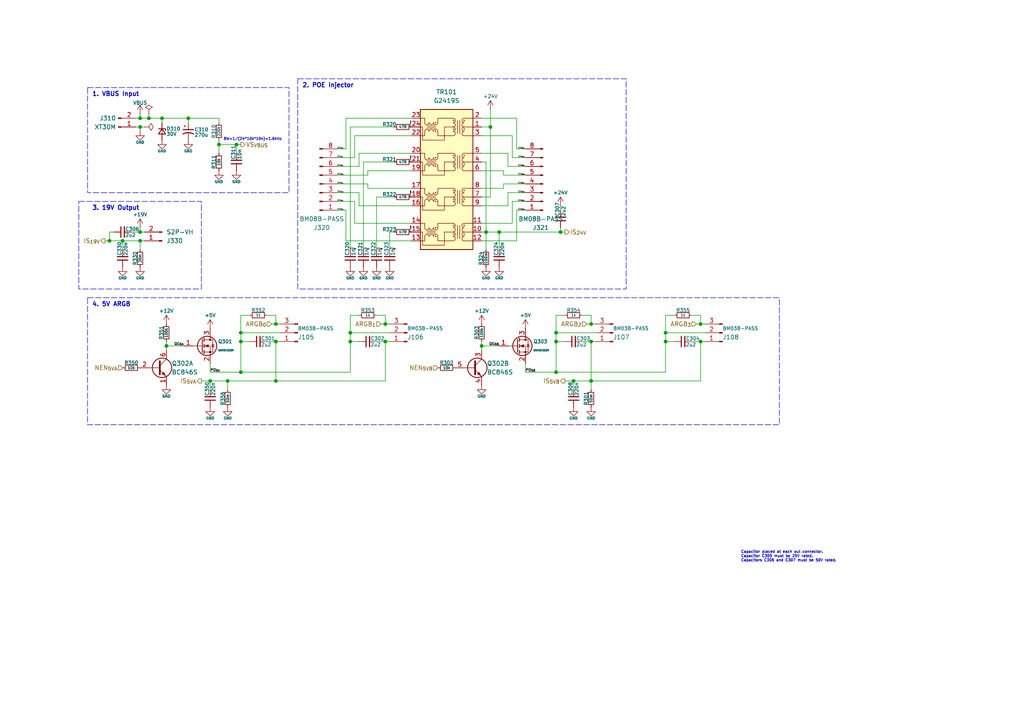
<source format=kicad_sch>
(kicad_sch (version 20250114) (generator "eeschema") (generator_version "9.0")
  (paper "A4")
  (lib_symbols
    (symbol "Bluesat:+19V" (power) (pin_numbers (hide yes)) (pin_names (offset 0) (hide yes))
      (property "Value" "+19V" (at 0 3.556 0))
      (symbol "+19V_1_1"
        (pin power_in line (at 0 0 90) (length 0) (name "~") (number "1"))
      )
    )
    (symbol "Bluesat:C_CompactV" (pin_numbers (hide yes)) (pin_names (offset 0.254) (hide yes))
      (property "Reference" "C" (at -0.889 0.762 90))
      (property "Value" "C_CompactV" (at 0.889 0.762 90))
      (symbol "C_CompactV_1_1"
        (pin passive line (at 0 2.54 270) (length 2.032) (name "~") (number "2"))
        (pin passive line (at 0 -2.54 90) (length 2.032) (name "~") (number "1"))
      )
    )
    (symbol "Bluesat:R_CompactH" (pin_numbers (hide yes)) (pin_names (offset 0.254) (hide yes))
      (property "Reference" "R" (at 1.8415 0.1905 0))
      (property "Value" "R_CompactH" (at 0 0 0))
      (symbol "R_CompactH_1_1"
        (pin passive line (at -2.54 0 0) (length 0.762) (name "~") (number "1"))
        (pin passive line (at 2.54 0 180) (length 0.762) (name "~") (number "2"))
      )
    )
    (symbol "Bluesat:R_CompactV" (pin_numbers (hide yes)) (pin_names (offset 0.254) (hide yes))
      (property "Reference" "R" (at -0.889 0 90))
      (property "Value" "R_CompactV" (at 0 0 90))
      (symbol "R_CompactV_1_1"
        (pin passive line (at 0 2.54 270) (length 0.762) (name "~") (number "1"))
        (pin passive line (at 0 -2.54 90) (length 0.762) (name "~") (number "2"))
      )
    )
    (symbol "Connector:Conn_01x02_Pin" (pin_names (offset 1.016) (hide yes))
      (property "Reference" "J" (at 0 2.54 0))
      (property "Value" "Conn_01x02_Pin" (at 0 -5.08 0))
      (symbol "Conn_01x02_Pin_1_1"
        (pin passive line (at 5.08 0 180) (length 3.81) (name "Pin_1") (number "1"))
        (pin passive line (at 5.08 -2.54 180) (length 3.81) (name "Pin_2") (number "2"))
      )
    )
    (symbol "Connector:Conn_01x03_Pin" (pin_names (offset 1.016) (hide yes))
      (property "Reference" "J" (at 0 5.08 0))
      (property "Value" "Conn_01x03_Pin" (at 0 -5.08 0))
      (symbol "Conn_01x03_Pin_1_1"
        (pin passive line (at 5.08 2.54 180) (length 3.81) (name "Pin_1") (number "1"))
        (pin passive line (at 5.08 0 180) (length 3.81) (name "Pin_2") (number "2"))
        (pin passive line (at 5.08 -2.54 180) (length 3.81) (name "Pin_3") (number "3"))
      )
    )
    (symbol "Connector:Conn_01x08_Pin" (pin_names (offset 1.016) (hide yes))
      (property "Reference" "J" (at 0 10.16 0))
      (property "Value" "Conn_01x08_Pin" (at 0 -12.7 0))
      (symbol "Conn_01x08_Pin_1_1"
        (pin passive line (at 5.08 7.62 180) (length 3.81) (name "Pin_1") (number "1"))
        (pin passive line (at 5.08 5.08 180) (length 3.81) (name "Pin_2") (number "2"))
        (pin passive line (at 5.08 2.54 180) (length 3.81) (name "Pin_3") (number "3"))
        (pin passive line (at 5.08 0 180) (length 3.81) (name "Pin_4") (number "4"))
        (pin passive line (at 5.08 -2.54 180) (length 3.81) (name "Pin_5") (number "5"))
        (pin passive line (at 5.08 -5.08 180) (length 3.81) (name "Pin_6") (number "6"))
        (pin passive line (at 5.08 -7.62 180) (length 3.81) (name "Pin_7") (number "7"))
        (pin passive line (at 5.08 -10.16 180) (length 3.81) (name "Pin_8") (number "8"))
      )
    )
    (symbol "Device:C_Polarized_Small_US" (pin_numbers (hide yes)) (pin_names (offset 0.254) (hide yes))
      (property "Reference" "C" (at 0.254 1.778 0))
      (property "Value" "C_Polarized_Small_US" (at 0.254 -2.032 0))
      (symbol "C_Polarized_Small_US_1_1"
        (pin passive line (at 0 2.54 270) (length 2.032) (name "~") (number "1"))
        (pin passive line (at 0 -2.54 90) (length 2.032) (name "~") (number "2"))
      )
    )
    (symbol "Device:D_Zener_Small" (pin_numbers (hide yes)) (pin_names (offset 0.254) (hide yes))
      (property "Reference" "D" (at 0 2.286 0))
      (property "Value" "D_Zener_Small" (at 0 -2.286 0))
      (symbol "D_Zener_Small_1_1"
        (pin passive line (at -2.54 0 0) (length 1.778) (name "K") (number "1"))
        (pin passive line (at 2.54 0 180) (length 1.778) (name "A") (number "2"))
      )
    )
    (symbol "Transformer:30F-51NL" (pin_names (offset 1.016) (hide yes))
      (property "Reference" "TR" (at -6.35 21.59 0))
      (property "Value" "30F-51NL" (at 2.54 21.59 0))
      (symbol "30F-51NL_0_1"
        (pin passive line (at -10.16 17.78 0) (length 2.54) (name "TD1+") (number "2"))
        (pin passive line (at -10.16 15.24 0) (length 2.54) (name "CT") (number "1"))
        (pin passive line (at -10.16 12.7 0) (length 2.54) (name "TD1-") (number "3"))
        (pin passive line (at -10.16 7.62 0) (length 2.54) (name "TD2+") (number "5"))
        (pin passive line (at -10.16 5.08 0) (length 2.54) (name "CT") (number "4"))
        (pin passive line (at -10.16 2.54 0) (length 2.54) (name "TD2-") (number "6"))
        (pin passive line (at -10.16 -2.54 0) (length 2.54) (name "TD3+") (number "8"))
        (pin passive line (at -10.16 -5.08 0) (length 2.54) (name "CT") (number "7"))
        (pin passive line (at -10.16 -7.62 0) (length 2.54) (name "TD3-") (number "9"))
        (pin passive line (at -10.16 -12.7 0) (length 2.54) (name "TD4+") (number "11"))
        (pin passive line (at -10.16 -15.24 0) (length 2.54) (name "CT") (number "10"))
        (pin passive line (at -10.16 -17.78 0) (length 2.54) (name "TD4-") (number "12"))
        (pin passive line (at 10.16 17.78 180) (length 2.54) (name "MX1+") (number "23"))
        (pin passive line (at 10.16 15.24 180) (length 2.54) (name "CT") (number "24"))
        (pin passive line (at 10.16 12.7 180) (length 2.54) (name "MX1-") (number "22"))
        (pin passive line (at 10.16 7.62 180) (length 2.54) (name "MX2+") (number "20"))
        (pin passive line (at 10.16 5.08 180) (length 2.54) (name "CT") (number "21"))
        (pin passive line (at 10.16 2.54 180) (length 2.54) (name "MX2-") (number "19"))
        (pin passive line (at 10.16 -2.54 180) (length 2.54) (name "MX3+") (number "17"))
        (pin passive line (at 10.16 -5.08 180) (length 2.54) (name "CT") (number "18"))
        (pin passive line (at 10.16 -7.62 180) (length 2.54) (name "MX3-") (number "16"))
        (pin passive line (at 10.16 -12.7 180) (length 2.54) (name "MX4+") (number "14"))
        (pin passive line (at 10.16 -15.24 180) (length 2.54) (name "CT") (number "15"))
        (pin passive line (at 10.16 -17.78 180) (length 2.54) (name "MX4-") (number "13"))
      )
    )
    (symbol "Transistor_BJT:Q_Dual_NPN_NPN_E1B1C2E2B2C1" (pin_names (offset 0) (hide yes))
      (property "Reference" "Q" (at 5.08 1.27 0))
      (property "Value" "Q_Dual_NPN_NPN_E1B1C2E2B2C1" (at 5.08 -1.27 0))
      (symbol "Q_Dual_NPN_NPN_E1B1C2E2B2C1_1_1"
        (pin input line (at -5.08 0 0) (length 2.54) (name "B1") (number "2"))
        (pin passive line (at 2.54 5.08 270) (length 2.54) (name "C1") (number "6"))
        (pin passive line (at 2.54 -5.08 90) (length 2.54) (name "E1") (number "1"))
      )
      (symbol "Q_Dual_NPN_NPN_E1B1C2E2B2C1_2_1"
        (pin input line (at -5.08 0 0) (length 2.54) (name "B2") (number "5"))
        (pin passive line (at 2.54 5.08 270) (length 2.54) (name "C2") (number "3"))
        (pin passive line (at 2.54 -5.08 90) (length 2.54) (name "E2") (number "4"))
      )
    )
    (symbol "Transistor_FET:Q_NMOS_GSD" (pin_names (offset 0) (hide yes))
      (property "Reference" "Q" (at 5.08 1.905 0))
      (property "Value" "Q_NMOS_GSD" (at 5.08 0 0))
      (symbol "Q_NMOS_GSD_1_1"
        (pin input line (at -5.08 0 0) (length 2.54) (name "G") (number "1"))
        (pin passive line (at 2.54 5.08 270) (length 2.54) (name "D") (number "3"))
        (pin passive line (at 2.54 -5.08 90) (length 2.54) (name "S") (number "2"))
      )
    )
    (symbol "power:+12V" (power) (pin_numbers (hide yes)) (pin_names (offset 0) (hide yes))
      (property "Value" "+12V" (at 0 3.556 0))
      (symbol "+12V_1_1"
        (pin power_in line (at 0 0 90) (length 0) (name "~") (number "1"))
      )
    )
    (symbol "power:+24V" (power) (pin_numbers (hide yes)) (pin_names (offset 0) (hide yes))
      (property "Value" "+24V" (at 0 3.556 0))
      (symbol "+24V_1_1"
        (pin power_in line (at 0 0 90) (length 0) (name "~") (number "1"))
      )
    )
    (symbol "power:+5V" (power) (pin_numbers (hide yes)) (pin_names (offset 0) (hide yes))
      (property "Value" "+5V" (at 0 3.556 0))
      (symbol "+5V_1_1"
        (pin power_in line (at 0 0 90) (length 0) (name "~") (number "1"))
      )
    )
    (symbol "power:GND" (power) (pin_numbers (hide yes)) (pin_names (offset 0) (hide yes))
      (property "Value" "GND" (at 0 -3.81 0))
      (symbol "GND_1_1"
        (pin power_in line (at 0 0 270) (length 0) (name "~") (number "1"))
      )
    )
    (symbol "power:PWR_FLAG" (power) (pin_numbers (hide yes)) (pin_names (offset 0) (hide yes))
      (property "Value" "PWR_FLAG" (at 0 3.81 0))
      (symbol "PWR_FLAG_0_0"
        (pin power_out line (at 0 0 90) (length 0) (name "~") (number "1"))
      )
    )
    (symbol "power:VBUS" (power) (pin_numbers (hide yes)) (pin_names (offset 0) (hide yes))
      (property "Value" "VBUS" (at 0 3.556 0))
      (symbol "VBUS_1_1"
        (pin power_in line (at 0 0 90) (length 0) (name "~") (number "1"))
      )
    )
  )
  (rectangle (start 25.4 86.36) (end 226.06 123.19) (stroke (width 0) (type dash)))
  (rectangle (start 22.86 58.42) (end 58.42 83.82) (stroke (width 0) (type dash)))
  (rectangle (start 86.36 22.86) (end 181.61 83.82) (stroke (width 0) (type dash)))
  (rectangle (start 25.4 25.4) (end 83.82 55.88) (stroke (width 0) (type dash)))
  (text "Capacitor placed at each out connector.\nCapacitor C305 must be 25V rated.\nCapacitors C306 and C307 must be 50V rated." (at 214.884 159.766 0) (effects (font (size 0.762 0.762)) (justify left top)))
  (text "1. VBUS Input" (at 26.67 26.67 0) (effects (font (size 1.27 1.27) (thickness 0.254) (bold yes)) (justify left top)))
  (text "3. 19V Output" (at 26.67 59.69 0) (effects (font (size 1.27 1.27) (thickness 0.254) (bold yes)) (justify left top)))
  (text "BW=1/(2π*10k*10n)=1.6kHz" (at 64.77 40.005 0) (effects (font (size 0.762 0.762)) (justify left top)))
  (text "4. 5V ARGB" (at 26.67 87.63 0) (effects (font (size 1.27 1.27) (thickness 0.254) (bold yes)) (justify left top)))
  (text "2. POE Injector" (at 87.63 24.13 0) (effects (font (size 1.27 1.27) (thickness 0.254) (bold yes)) (justify left top)))
  (junction (at 66.04 110.49))
  (junction (at 54.61 34.29))
  (junction (at 63.5 41.91))
  (junction (at 111.76 93.98))
  (junction (at 101.6 96.52))
  (junction (at 111.76 99.06))
  (junction (at 69.85 107.95))
  (junction (at 40.64 69.85))
  (junction (at 40.64 36.83))
  (junction (at 31.75 69.85))
  (junction (at 161.29 99.06))
  (junction (at 69.85 96.52))
  (junction (at 203.2 99.06))
  (junction (at 193.04 99.06))
  (junction (at 60.96 110.49))
  (junction (at 171.45 110.49))
  (junction (at 144.78 67.31))
  (junction (at 80.01 110.49))
  (junction (at 171.45 99.06))
  (junction (at 140.97 67.31))
  (junction (at 35.56 69.85))
  (junction (at 68.58 41.91))
  (junction (at 40.64 67.31))
  (junction (at 139.7 100.33))
  (junction (at 46.99 34.29))
  (junction (at 166.37 110.49))
  (junction (at 80.01 93.98))
  (junction (at 161.29 96.52))
  (junction (at 142.24 36.83))
  (junction (at 80.01 99.06))
  (junction (at 171.45 93.98))
  (junction (at 48.26 100.33))
  (junction (at 69.85 99.06))
  (junction (at 161.29 107.95))
  (junction (at 193.04 96.52))
  (junction (at 40.64 34.29))
  (junction (at 43.18 34.29))
  (junction (at 203.2 93.98))
  (junction (at 101.6 99.06))
  (junction (at 162.56 67.31))
  (wire (pts (xy 106.68 50.8) (xy 97.79 50.8)))
  (wire (pts (xy 105.41 46.99) (xy 105.41 72.39)))
  (wire (pts (xy 149.86 34.29) (xy 139.7 34.29)))
  (wire (pts (xy 142.24 57.15) (xy 139.7 57.15)))
  (wire (pts (xy 40.64 69.85) (xy 40.64 72.39)))
  (wire (pts (xy 104.14 91.44) (xy 101.6 91.44)))
  (wire (pts (xy 63.5 40.64) (xy 63.5 41.91)))
  (wire (pts (xy 80.01 93.98) (xy 81.28 93.98)))
  (wire (pts (xy 100.33 34.29) (xy 119.38 34.29)))
  (wire (pts (xy 114.3 36.83) (xy 101.6 36.83)))
  (wire (pts (xy 193.04 96.52) (xy 204.47 96.52)))
  (wire (pts (xy 30.48 69.85) (xy 31.75 69.85)))
  (wire (pts (xy 97.79 53.34) (xy 106.68 53.34)))
  (wire (pts (xy 104.14 59.69) (xy 104.14 55.88)))
  (wire (pts (xy 104.14 48.26) (xy 97.79 48.26)))
  (wire (pts (xy 148.59 39.37) (xy 139.7 39.37)))
  (wire (pts (xy 166.37 113.03) (xy 166.37 110.49)))
  (wire (pts (xy 147.32 48.26) (xy 147.32 44.45)))
  (wire (pts (xy 68.58 41.91) (xy 68.58 44.45)))
  (wire (pts (xy 152.4 53.34) (xy 146.05 53.34)))
  (wire (pts (xy 152.4 60.96) (xy 149.86 60.96)))
  (wire (pts (xy 43.18 33.02) (xy 43.18 34.29)))
  (wire (pts (xy 139.7 100.33) (xy 139.7 101.6)))
  (wire (pts (xy 97.79 43.18) (xy 100.33 43.18)))
  (wire (pts (xy 152.4 43.18) (xy 149.86 43.18)))
  (wire (pts (xy 161.29 99.06) (xy 163.83 99.06)))
  (wire (pts (xy 193.04 96.52) (xy 193.04 99.06)))
  (wire (pts (xy 147.32 55.88) (xy 147.32 59.69)))
  (wire (pts (xy 152.4 50.8) (xy 146.05 50.8)))
  (wire (pts (xy 144.78 72.39) (xy 144.78 67.31)))
  (wire (pts (xy 72.39 91.44) (xy 69.85 91.44)))
  (wire (pts (xy 193.04 91.44) (xy 193.04 96.52)))
  (wire (pts (xy 203.2 99.06) (xy 203.2 110.49)))
  (wire (pts (xy 146.05 54.61) (xy 139.7 54.61)))
  (wire (pts (xy 80.01 91.44) (xy 80.01 93.98)))
  (wire (pts (xy 162.56 59.69) (xy 162.56 60.96)))
  (wire (pts (xy 54.61 34.29) (xy 54.61 35.56)))
  (wire (pts (xy 41.91 69.85) (xy 40.64 69.85)))
  (wire (pts (xy 172.72 99.06) (xy 171.45 99.06)))
  (wire (pts (xy 170.18 93.98) (xy 171.45 93.98)))
  (wire (pts (xy 203.2 93.98) (xy 204.47 93.98)))
  (wire (pts (xy 39.37 36.83) (xy 40.64 36.83)))
  (wire (pts (xy 31.75 67.31) (xy 31.75 69.85)))
  (wire (pts (xy 111.76 93.98) (xy 113.03 93.98)))
  (wire (pts (xy 104.14 55.88) (xy 97.79 55.88)))
  (wire (pts (xy 109.22 57.15) (xy 109.22 72.39)))
  (wire (pts (xy 171.45 91.44) (xy 171.45 93.98)))
  (wire (pts (xy 200.66 91.44) (xy 203.2 91.44)))
  (wire (pts (xy 109.22 99.06) (xy 111.76 99.06)))
  (wire (pts (xy 203.2 91.44) (xy 203.2 93.98)))
  (wire (pts (xy 119.38 44.45) (xy 104.14 44.45)))
  (wire (pts (xy 35.56 69.85) (xy 40.64 69.85)))
  (wire (pts (xy 97.79 58.42) (xy 102.87 58.42)))
  (wire (pts (xy 54.61 34.29) (xy 63.5 34.29)))
  (wire (pts (xy 100.33 69.85) (xy 100.33 60.96)))
  (wire (pts (xy 193.04 99.06) (xy 195.58 99.06)))
  (wire (pts (xy 142.24 31.75) (xy 142.24 36.83)))
  (wire (pts (xy 139.7 100.33) (xy 144.78 100.33)))
  (wire (pts (xy 110.49 93.98) (xy 111.76 93.98)))
  (wire (pts (xy 161.29 99.06) (xy 161.29 107.95)))
  (wire (pts (xy 148.59 58.42) (xy 148.59 64.77)))
  (wire (pts (xy 46.99 34.29) (xy 54.61 34.29)))
  (wire (pts (xy 106.68 54.61) (xy 119.38 54.61)))
  (wire (pts (xy 101.6 99.06) (xy 104.14 99.06)))
  (wire (pts (xy 139.7 36.83) (xy 142.24 36.83)))
  (wire (pts (xy 163.83 110.49) (xy 166.37 110.49)))
  (wire (pts (xy 142.24 36.83) (xy 142.24 57.15)))
  (wire (pts (xy 77.47 99.06) (xy 80.01 99.06)))
  (wire (pts (xy 40.64 36.83) (xy 41.91 36.83)))
  (wire (pts (xy 101.6 91.44) (xy 101.6 96.52)))
  (wire (pts (xy 166.37 110.49) (xy 171.45 110.49)))
  (wire (pts (xy 66.04 110.49) (xy 66.04 113.03)))
  (wire (pts (xy 146.05 49.53) (xy 139.7 49.53)))
  (wire (pts (xy 140.97 46.99) (xy 140.97 67.31)))
  (wire (pts (xy 152.4 105.41) (xy 152.4 107.95)))
  (wire (pts (xy 204.47 99.06) (xy 203.2 99.06)))
  (wire (pts (xy 101.6 96.52) (xy 113.03 96.52)))
  (wire (pts (xy 97.79 45.72) (xy 102.87 45.72)))
  (wire (pts (xy 171.45 99.06) (xy 171.45 110.49)))
  (wire (pts (xy 152.4 107.95) (xy 161.29 107.95)))
  (wire (pts (xy 162.56 67.31) (xy 163.83 67.31)))
  (wire (pts (xy 140.97 67.31) (xy 140.97 72.39)))
  (wire (pts (xy 100.33 43.18) (xy 100.33 34.29)))
  (wire (pts (xy 101.6 96.52) (xy 101.6 99.06)))
  (wire (pts (xy 69.85 91.44) (xy 69.85 96.52)))
  (wire (pts (xy 69.85 99.06) (xy 72.39 99.06)))
  (wire (pts (xy 38.1 67.31) (xy 40.64 67.31)))
  (wire (pts (xy 69.85 107.95) (xy 60.96 107.95)))
  (wire (pts (xy 171.45 110.49) (xy 203.2 110.49)))
  (wire (pts (xy 106.68 50.8) (xy 106.68 49.53)))
  (wire (pts (xy 161.29 107.95) (xy 193.04 107.95)))
  (wire (pts (xy 146.05 53.34) (xy 146.05 54.61)))
  (wire (pts (xy 31.75 67.31) (xy 33.02 67.31)))
  (wire (pts (xy 102.87 39.37) (xy 119.38 39.37)))
  (wire (pts (xy 149.86 60.96) (xy 149.86 69.85)))
  (wire (pts (xy 195.58 91.44) (xy 193.04 91.44)))
  (wire (pts (xy 81.28 99.06) (xy 80.01 99.06)))
  (wire (pts (xy 161.29 96.52) (xy 172.72 96.52)))
  (wire (pts (xy 168.91 99.06) (xy 171.45 99.06)))
  (wire (pts (xy 147.32 59.69) (xy 139.7 59.69)))
  (wire (pts (xy 119.38 59.69) (xy 104.14 59.69)))
  (wire (pts (xy 40.64 67.31) (xy 40.64 66.04)))
  (wire (pts (xy 39.37 34.29) (xy 40.64 34.29)))
  (wire (pts (xy 60.96 110.49) (xy 66.04 110.49)))
  (wire (pts (xy 171.45 93.98) (xy 172.72 93.98)))
  (wire (pts (xy 113.03 99.06) (xy 111.76 99.06)))
  (wire (pts (xy 43.18 34.29) (xy 46.99 34.29)))
  (wire (pts (xy 104.14 44.45) (xy 104.14 48.26)))
  (wire (pts (xy 139.7 67.31) (xy 140.97 67.31)))
  (wire (pts (xy 147.32 44.45) (xy 139.7 44.45)))
  (wire (pts (xy 101.6 99.06) (xy 101.6 107.95)))
  (wire (pts (xy 40.64 34.29) (xy 43.18 34.29)))
  (wire (pts (xy 41.91 67.31) (xy 40.64 67.31)))
  (wire (pts (xy 63.5 41.91) (xy 63.5 44.45)))
  (wire (pts (xy 152.4 55.88) (xy 147.32 55.88)))
  (wire (pts (xy 80.01 110.49) (xy 111.76 110.49)))
  (wire (pts (xy 144.78 67.31) (xy 162.56 67.31)))
  (wire (pts (xy 102.87 45.72) (xy 102.87 39.37)))
  (wire (pts (xy 146.05 50.8) (xy 146.05 49.53)))
  (wire (pts (xy 101.6 36.83) (xy 101.6 72.39)))
  (wire (pts (xy 161.29 91.44) (xy 161.29 96.52)))
  (wire (pts (xy 63.5 35.56) (xy 63.5 34.29)))
  (wire (pts (xy 105.41 46.99) (xy 114.3 46.99)))
  (wire (pts (xy 111.76 91.44) (xy 111.76 93.98)))
  (wire (pts (xy 60.96 113.03) (xy 60.96 110.49)))
  (wire (pts (xy 148.59 45.72) (xy 148.59 39.37)))
  (wire (pts (xy 102.87 58.42) (xy 102.87 64.77)))
  (wire (pts (xy 100.33 60.96) (xy 97.79 60.96)))
  (wire (pts (xy 69.85 96.52) (xy 81.28 96.52)))
  (wire (pts (xy 46.99 34.29) (xy 46.99 35.56)))
  (wire (pts (xy 113.03 67.31) (xy 113.03 72.39)))
  (wire (pts (xy 139.7 100.33) (xy 139.7 99.06)))
  (wire (pts (xy 106.68 53.34) (xy 106.68 54.61)))
  (wire (pts (xy 40.64 36.83) (xy 40.64 38.1)))
  (wire (pts (xy 119.38 49.53) (xy 106.68 49.53)))
  (wire (pts (xy 69.85 99.06) (xy 69.85 107.95)))
  (wire (pts (xy 40.64 33.02) (xy 40.64 34.29)))
  (wire (pts (xy 69.85 96.52) (xy 69.85 99.06)))
  (wire (pts (xy 66.04 110.49) (xy 80.01 110.49)))
  (wire (pts (xy 139.7 46.99) (xy 140.97 46.99)))
  (wire (pts (xy 152.4 58.42) (xy 148.59 58.42)))
  (wire (pts (xy 148.59 64.77) (xy 139.7 64.77)))
  (wire (pts (xy 77.47 91.44) (xy 80.01 91.44)))
  (wire (pts (xy 78.74 93.98) (xy 80.01 93.98)))
  (wire (pts (xy 109.22 91.44) (xy 111.76 91.44)))
  (wire (pts (xy 63.5 41.91) (xy 68.58 41.91)))
  (wire (pts (xy 152.4 48.26) (xy 147.32 48.26)))
  (wire (pts (xy 102.87 64.77) (xy 119.38 64.77)))
  (wire (pts (xy 68.58 41.91) (xy 69.85 41.91)))
  (wire (pts (xy 168.91 91.44) (xy 171.45 91.44)))
  (wire (pts (xy 69.85 107.95) (xy 101.6 107.95)))
  (wire (pts (xy 60.96 105.41) (xy 60.96 107.95)))
  (wire (pts (xy 48.26 100.33) (xy 48.26 101.6)))
  (wire (pts (xy 193.04 99.06) (xy 193.04 107.95)))
  (wire (pts (xy 48.26 100.33) (xy 53.34 100.33)))
  (wire (pts (xy 144.78 67.31) (xy 140.97 67.31)))
  (wire (pts (xy 200.66 99.06) (xy 203.2 99.06)))
  (wire (pts (xy 80.01 99.06) (xy 80.01 110.49)))
  (wire (pts (xy 149.86 69.85) (xy 139.7 69.85)))
  (wire (pts (xy 149.86 43.18) (xy 149.86 34.29)))
  (wire (pts (xy 201.93 93.98) (xy 203.2 93.98)))
  (wire (pts (xy 58.42 110.49) (xy 60.96 110.49)))
  (wire (pts (xy 48.26 100.33) (xy 48.26 99.06)))
  (wire (pts (xy 35.56 72.39) (xy 35.56 69.85)))
  (wire (pts (xy 152.4 45.72) (xy 148.59 45.72)))
  (wire (pts (xy 163.83 91.44) (xy 161.29 91.44)))
  (wire (pts (xy 162.56 66.04) (xy 162.56 67.31)))
  (wire (pts (xy 100.33 69.85) (xy 119.38 69.85)))
  (wire (pts (xy 171.45 110.49) (xy 171.45 113.03)))
  (wire (pts (xy 161.29 96.52) (xy 161.29 99.06)))
  (wire (pts (xy 109.22 57.15) (xy 114.3 57.15)))
  (wire (pts (xy 31.75 69.85) (xy 35.56 69.85)))
  (wire (pts (xy 113.03 67.31) (xy 114.3 67.31)))
  (wire (pts (xy 111.76 99.06) (xy 111.76 110.49)))
  (label "ETH_{OA-}" (at 152.4 43.18 180) (effects (font (size 0.381 0.381))))
  (label "ETH_{IAM}" (at 119.38 36.83 90) (effects (font (size 0.381 0.381))))
  (label "ETH_{IC+}" (at 97.79 55.88 0) (effects (font (size 0.381 0.381))))
  (label "ETH_{IB-}" (at 97.79 48.26 0) (effects (font (size 0.381 0.381))))
  (label "ETH_{OB-}" (at 152.4 48.26 180) (effects (font (size 0.381 0.381))))
  (label "ETH_{ICT}" (at 105.41 72.39 0) (effects (font (size 0.381 0.381))))
  (label "ETH_{ID-}" (at 97.79 58.42 0) (effects (font (size 0.381 0.381))))
  (label "PO_{5B}" (at 152.4 107.95 0) (effects (font (size 0.762 0.762))))
  (label "QG_{5A}" (at 53.34 100.33 180) (effects (font (size 0.762 0.762))))
  (label "ETH_{IC-}" (at 97.79 53.34 0) (effects (font (size 0.381 0.381))))
  (label "ETH_{IAT}" (at 101.6 72.39 0) (effects (font (size 0.381 0.381))))
  (label "ETH_{ICM}" (at 119.38 46.99 90) (effects (font (size 0.381 0.381))))
  (label "ETH_{IBT}" (at 109.22 72.39 0) (effects (font (size 0.381 0.381))))
  (label "ETH_{ID+}" (at 97.79 60.96 0) (effects (font (size 0.381 0.381))))
  (label "ETH_{OA+}" (at 152.4 45.72 180) (effects (font (size 0.381 0.381))))
  (label "PO_{5A}" (at 60.96 107.95 0) (effects (font (size 0.762 0.762))))
  (label "ETH_{OC+}" (at 152.4 55.88 180) (effects (font (size 0.381 0.381))))
  (label "ETH_{OD-}" (at 152.4 58.42 180) (effects (font (size 0.381 0.381))))
  (label "ETH_{IA-}" (at 97.79 45.72 0) (effects (font (size 0.381 0.381))))
  (label "ETH_{OD+}" (at 152.4 60.96 180) (effects (font (size 0.381 0.381))))
  (label "ETH_{IA+}" (at 97.79 43.18 0) (effects (font (size 0.381 0.381))))
  (label "ETH_{IDT}" (at 113.03 72.39 0) (effects (font (size 0.381 0.381))))
  (label "ETH_{IBM}" (at 119.38 57.15 90) (effects (font (size 0.381 0.381))))
  (label "ETH_{IB+}" (at 97.79 50.8 0) (effects (font (size 0.381 0.381))))
  (label "ETH_{OB+}" (at 152.4 50.8 180) (effects (font (size 0.381 0.381))))
  (label "ETH_{OC-}" (at 152.4 53.34 180) (effects (font (size 0.381 0.381))))
  (label "ETH_{IDM}" (at 119.38 67.31 90) (effects (font (size 0.381 0.381))))
  (label "QG_{5B}" (at 144.78 100.33 180) (effects (font (size 0.762 0.762))))
  (hierarchical_label "ARGB_{3}" (shape input) (at 201.93 93.98 180))
  (hierarchical_label "ARGB_{2}" (shape input) (at 170.18 93.98 180))
  (hierarchical_label "IS_{19V}" (shape output) (at 30.48 69.85 180))
  (hierarchical_label "ARGB_{1}" (shape input) (at 110.49 93.98 180))
  (hierarchical_label "NEN_{5VB}" (shape input) (at 127 106.68 180))
  (hierarchical_label "IS_{5VB}" (shape output) (at 163.83 110.49 180))
  (hierarchical_label "NEN_{5VA}" (shape input) (at 35.56 106.68 180))
  (hierarchical_label "IS_{24V}" (shape output) (at 163.83 67.31 0))
  (hierarchical_label "ARGB_{0}" (shape input) (at 78.74 93.98 180))
  (hierarchical_label "IS_{5VA}" (shape output) (at 58.42 110.49 180))
  (hierarchical_label "VS_{VBUS}" (shape output) (at 69.85 41.91 0))
  (symbol (lib_id "power:GND") (at 40.64 38.1 0) (unit 1)
    (property "Reference" "#PWR0202" (effects (hide yes)))
    (property "Value" "GND" (at 40.64 41.275 0) (effects (font (size 0.762 0.762))))
    (property "Description" "Power symbol creates a global label with name \"GND\" , ground" (effects (hide yes)))
  )
  (symbol (lib_id "Transformer:30F-51NL") (at 129.54 52.07 0) (mirror y) (unit 1)
    (property "Reference" "TR101" (at 129.54 26.67 0))
    (property "Value" "G2419S" (at 129.54 29.21 0))
    (property "Footprint" "Bluesat:Transformer_Ethernet" (effects (hide yes)))
    (property "Datasheet" "https://datasheet.lcsc.com/lcsc/1811051610_Shanghai-YDS-Tech-30F-51NL_C123168.pdf" (effects (hide yes)))
    (property "Description" "1CT:1CT 10/100/1000 Base-T Ethernet Transformer, SMD-24" (effects (hide yes)))
  )
  (symbol (lib_id "Bluesat:R_CompactH") (at 116.84 36.83 0) (mirror y) (unit 1)
    (property "Reference" "R320" (at 114.9985 36.6395 0) (effects (font (size 1.016 1.016)) (justify left bottom)))
    (property "Value" "47R" (at 116.84 36.83 0) (effects (font (size 0.762 0.762))))
    (property "Footprint" "Resistor_SMD:R_0402_1005Metric" (effects (hide yes)))
    (property "Description" "Resistor, compact symbol" (effects (hide yes)))
  )
  (symbol (lib_id "Bluesat:C_CompactV") (at 74.93 99.06 270) (unit 1)
    (property "Reference" "C301" (at 75.692 98.171 90) (effects (font (size 1.016 1.016)) (justify left)))
    (property "Value" "2u2" (at 75.692 99.949 90) (effects (font (size 1.016 1.016)) (justify left)))
    (property "Footprint" "Capacitor_SMD:C_0603_1608Metric" (effects (hide yes)))
    (property "Description" "Unpolarized capacitor, compact symbol" (effects (hide yes)))
  )
  (symbol (lib_id "power:+12V") (at 139.7 93.98 0) (unit 1)
    (property "Reference" "#PWR0318" (effects (hide yes)))
    (property "Value" "+12V" (at 139.7 90.17 0) (effects (font (size 1.016 1.016))))
    (property "Description" "Power symbol creates a global label with name \"+12V\"" (effects (hide yes)))
  )
  (symbol (lib_id "power:GND") (at 171.45 118.11 0) (unit 1)
    (property "Reference" "#PWR0302" (effects (hide yes)))
    (property "Value" "GND" (at 171.45 121.285 0) (effects (font (size 0.762 0.762))))
    (property "Description" "Power symbol creates a global label with name \"GND\" , ground" (effects (hide yes)))
  )
  (symbol (lib_id "Bluesat:R_CompactV") (at 38.1 106.68 270) (unit 1)
    (property "Reference" "R350" (at 38.1 105.791 90) (effects (font (size 1.016 1.016)) (justify bottom)))
    (property "Value" "10k" (at 38.1 106.68 90) (effects (font (size 0.762 0.762))))
    (property "Footprint" "Resistor_SMD:R_0402_1005Metric" (effects (hide yes)))
    (property "Description" "Resistor, compact symbol" (effects (hide yes)))
  )
  (symbol (lib_id "Bluesat:C_CompactV") (at 144.78 74.93 0) (unit 1)
    (property "Reference" "C324" (at 143.891 74.168 90) (effects (font (size 1.016 1.016)) (justify left)))
    (property "Value" "220n" (at 145.669 74.168 90) (effects (font (size 1.016 1.016)) (justify left)))
    (property "Footprint" "Capacitor_SMD:C_0402_1005Metric" (effects (hide yes)))
    (property "Description" "Unpolarized capacitor, compact symbol" (effects (hide yes)))
  )
  (symbol (lib_id "Bluesat:C_CompactV") (at 166.37 99.06 270) (unit 1)
    (property "Reference" "C303" (at 167.132 98.171 90) (effects (font (size 1.016 1.016)) (justify left)))
    (property "Value" "2u2" (at 167.132 99.949 90) (effects (font (size 1.016 1.016)) (justify left)))
    (property "Footprint" "Capacitor_SMD:C_0603_1608Metric" (effects (hide yes)))
    (property "Description" "Unpolarized capacitor, compact symbol" (effects (hide yes)))
  )
  (symbol (lib_id "Device:D_Zener_Small") (at 46.99 38.1 270) (unit 1)
    (property "Reference" "D310" (at 48.26 37.338 90) (effects (font (size 1.016 1.016)) (justify left)))
    (property "Value" "30V" (at 48.26 38.862 90) (effects (font (size 1.016 1.016)) (justify left)))
    (property "Footprint" "Diode_SMD:D_SMF" (effects (hide yes)))
    (property "Description" "Zener diode, small symbol" (effects (hide yes)))
  )
  (symbol (lib_id "Connector:Conn_01x03_Pin") (at 86.36 96.52 180) (unit 1)
    (property "Reference" "J105" (at 86.36 97.79 0) (effects (justify right)))
    (property "Value" "BM03B-PASS" (at 86.36 95.25 0) (effects (font (size 1.016 1.016)) (justify right)))
    (property "Footprint" "Bluesat:BM03B-PASS" (effects (hide yes)))
    (property "Description" "Generic connector, single row, 01x03, script generated" (effects (hide yes)))
  )
  (symbol (lib_id "power:GND") (at 63.5 49.53 0) (unit 1)
    (property "Reference" "#PWR0204" (effects (hide yes)))
    (property "Value" "GND" (at 63.5 52.705 0) (effects (font (size 0.762 0.762))))
    (property "Description" "Power symbol creates a global label with name \"GND\" , ground" (effects (hide yes)))
  )
  (symbol (lib_id "power:GND") (at 166.37 118.11 0) (unit 1)
    (property "Reference" "#PWR0301" (effects (hide yes)))
    (property "Value" "GND" (at 166.37 121.285 0) (effects (font (size 0.762 0.762))))
    (property "Description" "Power symbol creates a global label with name \"GND\" , ground" (effects (hide yes)))
  )
  (symbol (lib_id "Device:C_Polarized_Small_US") (at 54.61 38.1 0) (unit 1)
    (property "Reference" "C310" (at 56.388 37.592 0) (effects (font (size 1.016 1.016)) (justify left)))
    (property "Value" "270u" (at 56.388 39.116 0) (effects (font (size 1.016 1.016)) (justify left)))
    (property "Footprint" "Capacitor_SMD:CP_Elec_10x10" (effects (hide yes)))
    (property "Description" "Polarized capacitor, small US symbol" (effects (hide yes)))
  )
  (symbol (lib_id "power:GND") (at 60.96 118.11 0) (unit 1)
    (property "Reference" "#PWR0162" (effects (hide yes)))
    (property "Value" "GND" (at 60.96 121.285 0) (effects (font (size 0.762 0.762))))
    (property "Description" "Power symbol creates a global label with name \"GND\" , ground" (effects (hide yes)))
  )
  (symbol (lib_id "Bluesat:R_CompactV") (at 171.45 115.57 0) (unit 1)
    (property "Reference" "R301" (at 170.561 115.57 90) (effects (font (size 1.016 1.016)) (justify bottom)))
    (property "Value" "50m" (at 171.45 115.57 90) (effects (font (size 0.762 0.762))))
    (property "Footprint" "Resistor_SMD:R_1206_3216Metric" (effects (hide yes)))
    (property "Description" "Resistor, compact symbol" (effects (hide yes)))
  )
  (symbol (lib_id "Transistor_BJT:Q_Dual_NPN_NPN_E1B1C2E2B2C1") (at 45.72 106.68 0) (unit 1)
    (property "Reference" "Q302" (at 49.784 105.41 0) (effects (justify left)))
    (property "Value" "BC846S" (at 49.784 107.95 0) (effects (justify left)))
    (property "Footprint" "Bluesat:SOT-363" (effects (hide yes)))
    (property "Description" "Dual NPN transistor, 6 pin package" (effects (hide yes)))
  )
  (symbol (lib_id "Bluesat:R_CompactH") (at 116.84 46.99 0) (mirror y) (unit 1)
    (property "Reference" "R321" (at 114.9985 46.7995 0) (effects (font (size 1.016 1.016)) (justify left bottom)))
    (property "Value" "47R" (at 116.84 46.99 0) (effects (font (size 0.762 0.762))))
    (property "Footprint" "Resistor_SMD:R_0402_1005Metric" (effects (hide yes)))
    (property "Description" "Resistor, compact symbol" (effects (hide yes)))
  )
  (symbol (lib_id "Bluesat:C_CompactV") (at 101.6 74.93 0) (unit 1)
    (property "Reference" "C320" (at 100.711 74.168 90) (effects (font (size 1.016 1.016)) (justify left)))
    (property "Value" "1n" (at 102.489 74.168 90) (effects (font (size 1.016 1.016)) (justify left)))
    (property "Footprint" "Capacitor_SMD:C_0402_1005Metric" (effects (hide yes)))
    (property "Description" "Unpolarized capacitor, compact symbol" (effects (hide yes)))
  )
  (symbol (lib_id "power:GND") (at 66.04 118.11 0) (unit 1)
    (property "Reference" "#PWR0163" (effects (hide yes)))
    (property "Value" "GND" (at 66.04 121.285 0) (effects (font (size 0.762 0.762))))
    (property "Description" "Power symbol creates a global label with name \"GND\" , ground" (effects (hide yes)))
  )
  (symbol (lib_id "power:GND") (at 40.64 77.47 0) (unit 1)
    (property "Reference" "#PWR0156" (effects (hide yes)))
    (property "Value" "GND" (at 40.64 80.645 0) (effects (font (size 0.762 0.762))))
    (property "Description" "Power symbol creates a global label with name \"GND\" , ground" (effects (hide yes)))
  )
  (symbol (lib_id "Bluesat:R_CompactV") (at 66.04 115.57 0) (unit 1)
    (property "Reference" "R356" (at 65.151 115.57 90) (effects (font (size 1.016 1.016)) (justify bottom)))
    (property "Value" "50m" (at 66.04 115.57 90) (effects (font (size 0.762 0.762))))
    (property "Footprint" "Resistor_SMD:R_1206_3216Metric" (effects (hide yes)))
    (property "Description" "Resistor, compact symbol" (effects (hide yes)))
  )
  (symbol (lib_id "Bluesat:R_CompactV") (at 140.97 74.93 0) (unit 1)
    (property "Reference" "R324" (at 140.081 74.93 90) (effects (font (size 1.016 1.016)) (justify bottom)))
    (property "Value" "100m" (at 140.97 74.93 90) (effects (font (size 0.762 0.762))))
    (property "Footprint" "Resistor_SMD:R_1206_3216Metric" (effects (hide yes)))
    (property "Description" "Resistor, compact symbol" (effects (hide yes)))
  )
  (symbol (lib_id "Bluesat:R_CompactH") (at 116.84 57.15 0) (mirror y) (unit 1)
    (property "Reference" "R322" (at 114.9985 56.9595 0) (effects (font (size 1.016 1.016)) (justify left bottom)))
    (property "Value" "47R" (at 116.84 57.15 0) (effects (font (size 0.762 0.762))))
    (property "Footprint" "Resistor_SMD:R_0402_1005Metric" (effects (hide yes)))
    (property "Description" "Resistor, compact symbol" (effects (hide yes)))
  )
  (symbol (lib_id "Bluesat:C_CompactV") (at 68.58 46.99 0) (mirror y) (unit 1)
    (property "Reference" "C311" (at 67.691 46.228 90) (effects (font (size 1.016 1.016)) (justify left)))
    (property "Value" "10n" (at 69.469 46.228 90) (effects (font (size 1.016 1.016)) (justify left)))
    (property "Footprint" "Capacitor_SMD:C_0402_1005Metric" (effects (hide yes)))
    (property "Description" "Unpolarized capacitor, compact symbol" (effects (hide yes)))
  )
  (symbol (lib_id "Bluesat:R_CompactV") (at 63.5 46.99 0) (unit 1)
    (property "Reference" "R311" (at 62.611 46.99 90) (effects (font (size 1.016 1.016)) (justify bottom)))
    (property "Value" "10k" (at 63.5 46.99 90) (effects (font (size 0.762 0.762))))
    (property "Footprint" "Resistor_SMD:R_0402_1005Metric" (effects (hide yes)))
    (property "Description" "Resistor, compact symbol" (effects (hide yes)))
  )
  (symbol (lib_id "Bluesat:R_CompactV") (at 129.54 106.68 270) (unit 1)
    (property "Reference" "R302" (at 129.54 105.791 90) (effects (font (size 1.016 1.016)) (justify bottom)))
    (property "Value" "10k" (at 129.54 106.68 90) (effects (font (size 0.762 0.762))))
    (property "Footprint" "Resistor_SMD:R_0402_1005Metric" (effects (hide yes)))
    (property "Description" "Resistor, compact symbol" (effects (hide yes)))
  )
  (symbol (lib_id "Connector:Conn_01x03_Pin") (at 209.55 96.52 180) (unit 1)
    (property "Reference" "J108" (at 209.55 97.79 0) (effects (justify right)))
    (property "Value" "BM03B-PASS" (at 209.55 95.25 0) (effects (font (size 1.016 1.016)) (justify right)))
    (property "Footprint" "Bluesat:BM03B-PASS" (effects (hide yes)))
    (property "Description" "Generic connector, single row, 01x03, script generated" (effects (hide yes)))
  )
  (symbol (lib_id "power:GND") (at 35.56 77.47 0) (unit 1)
    (property "Reference" "#PWR0158" (effects (hide yes)))
    (property "Value" "GND" (at 35.56 80.645 0) (effects (font (size 0.762 0.762))))
    (property "Description" "Power symbol creates a global label with name \"GND\" , ground" (effects (hide yes)))
  )
  (symbol (lib_id "power:PWR_FLAG") (at 43.18 33.02 0) (unit 1)
    (property "Reference" "#FLG0201" (effects (hide yes)))
    (property "Value" "PWR_FLAG" (effects (hide yes)))
    (property "Description" "Special symbol for telling ERC where power comes from" (effects (hide yes)))
  )
  (symbol (lib_id "Bluesat:C_CompactV") (at 113.03 74.93 0) (unit 1)
    (property "Reference" "C323" (at 112.141 74.168 90) (effects (font (size 1.016 1.016)) (justify left)))
    (property "Value" "1n" (at 113.919 74.168 90) (effects (font (size 1.016 1.016)) (justify left)))
    (property "Footprint" "Capacitor_SMD:C_0402_1005Metric" (effects (hide yes)))
    (property "Description" "Unpolarized capacitor, compact symbol" (effects (hide yes)))
  )
  (symbol (lib_id "Bluesat:R_CompactV") (at 139.7 96.52 0) (unit 1)
    (property "Reference" "R303" (at 138.811 96.52 90) (effects (font (size 1.016 1.016)) (justify bottom)))
    (property "Value" "100k" (at 139.7 96.52 90) (effects (font (size 0.762 0.762))))
    (property "Footprint" "Resistor_SMD:R_0402_1005Metric" (effects (hide yes)))
    (property "Description" "Resistor, compact symbol" (effects (hide yes)))
  )
  (symbol (lib_id "Connector:Conn_01x08_Pin") (at 92.71 53.34 0) (mirror x) (unit 1)
    (property "Reference" "J320" (at 93.345 66.04 0))
    (property "Value" "BM08B-PASS" (at 93.345 63.5 0))
    (property "Footprint" "Bluesat:BM08B-PASS" (effects (hide yes)))
    (property "Description" "Generic connector, single row, 01x08, script generated" (effects (hide yes)))
  )
  (symbol (lib_id "Bluesat:R_CompactV") (at 40.64 74.93 0) (unit 1)
    (property "Reference" "R330" (at 39.751 74.93 90) (effects (font (size 1.016 1.016)) (justify bottom)))
    (property "Value" "20m" (at 40.64 74.93 90) (effects (font (size 0.762 0.762))))
    (property "Footprint" "Resistor_SMD:R_2512_6332Metric" (effects (hide yes)))
    (property "Description" "Resistor, compact symbol" (effects (hide yes)))
  )
  (symbol (lib_id "power:+24V") (at 142.24 31.75 0) (unit 1)
    (property "Reference" "#PWR0155" (effects (hide yes)))
    (property "Value" "+24V" (at 142.24 27.94 0) (effects (font (size 1.016 1.016))))
    (property "Description" "Power symbol creates a global label with name \"+24V\"" (effects (hide yes)))
  )
  (symbol (lib_id "Connector:Conn_01x08_Pin") (at 157.48 53.34 180) (unit 1)
    (property "Reference" "J321" (at 156.845 66.04 0))
    (property "Value" "BM08B-PASS" (at 156.845 63.5 0))
    (property "Footprint" "Bluesat:BM08B-PASS" (effects (hide yes)))
    (property "Description" "Generic connector, single row, 01x08, script generated" (effects (hide yes)))
  )
  (symbol (lib_id "Bluesat:C_CompactV") (at 35.56 67.31 270) (unit 1)
    (property "Reference" "C306" (at 36.322 66.421 90) (effects (font (size 1.016 1.016)) (justify left)))
    (property "Value" "2u2" (at 36.322 68.199 90) (effects (font (size 1.016 1.016)) (justify left)))
    (property "Footprint" "Capacitor_SMD:C_1206_3216Metric" (effects (hide yes)))
    (property "Description" "Unpolarized capacitor, compact symbol" (effects (hide yes)))
  )
  (symbol (lib_id "Bluesat:C_CompactV") (at 35.56 74.93 0) (unit 1)
    (property "Reference" "C330" (at 34.671 74.168 90) (effects (font (size 1.016 1.016)) (justify left)))
    (property "Value" "220n" (at 36.449 74.168 90) (effects (font (size 1.016 1.016)) (justify left)))
    (property "Footprint" "Capacitor_SMD:C_0402_1005Metric" (effects (hide yes)))
    (property "Description" "Unpolarized capacitor, compact symbol" (effects (hide yes)))
  )
  (symbol (lib_id "Bluesat:C_CompactV") (at 109.22 74.93 0) (unit 1)
    (property "Reference" "C322" (at 108.331 74.168 90) (effects (font (size 1.016 1.016)) (justify left)))
    (property "Value" "1n" (at 110.109 74.168 90) (effects (font (size 1.016 1.016)) (justify left)))
    (property "Footprint" "Capacitor_SMD:C_0402_1005Metric" (effects (hide yes)))
    (property "Description" "Unpolarized capacitor, compact symbol" (effects (hide yes)))
  )
  (symbol (lib_id "Connector:Conn_01x03_Pin") (at 177.8 96.52 180) (unit 1)
    (property "Reference" "J107" (at 177.8 97.79 0) (effects (justify right)))
    (property "Value" "BM03B-PASS" (at 177.8 95.25 0) (effects (font (size 1.016 1.016)) (justify right)))
    (property "Footprint" "Bluesat:BM03B-PASS" (effects (hide yes)))
    (property "Description" "Generic connector, single row, 01x03, script generated" (effects (hide yes)))
  )
  (symbol (lib_id "Bluesat:C_CompactV") (at 162.56 63.5 0) (unit 1)
    (property "Reference" "C307" (at 161.671 62.738 90) (effects (font (size 1.016 1.016)) (justify left)))
    (property "Value" "2u2" (at 163.449 62.738 90) (effects (font (size 1.016 1.016)) (justify left)))
    (property "Footprint" "Capacitor_SMD:C_1206_3216Metric" (effects (hide yes)))
    (property "Description" "Unpolarized capacitor, compact symbol" (effects (hide yes)))
  )
  (symbol (lib_id "Bluesat:+19V") (at 40.64 66.04 0) (unit 1)
    (property "Reference" "#PWR0161" (effects (hide yes)))
    (property "Value" "+19V" (at 40.64 62.23 0) (effects (font (size 1.016 1.016))))
    (property "Description" "Power symbol creates a global label with name \"+19V\"" (effects (hide yes)))
  )
  (symbol (lib_id "Bluesat:R_CompactH") (at 116.84 67.31 0) (mirror y) (unit 1)
    (property "Reference" "R323" (at 114.9985 67.1195 0) (effects (font (size 1.016 1.016)) (justify left bottom)))
    (property "Value" "47R" (at 116.84 67.31 0) (effects (font (size 0.762 0.762))))
    (property "Footprint" "Resistor_SMD:R_0402_1005Metric" (effects (hide yes)))
    (property "Description" "Resistor, compact symbol" (effects (hide yes)))
  )
  (symbol (lib_id "power:+5V") (at 60.96 95.25 0) (unit 1)
    (property "Reference" "#PWR0168" (effects (hide yes)))
    (property "Value" "+5V" (at 60.96 91.44 0) (effects (font (size 1.016 1.016))))
    (property "Description" "Power symbol creates a global label with name \"+5V\"" (effects (hide yes)))
  )
  (symbol (lib_id "Transistor_FET:Q_NMOS_GSD") (at 58.42 100.33 0) (unit 1)
    (property "Reference" "Q301" (at 63.246 99.06 0) (effects (font (size 1.016 1.016)) (justify left)))
    (property "Value" "SSM3K333R" (at 63.246 101.6 0) (effects (font (size 0.508 0.508)) (justify left)))
    (property "Footprint" "Package_TO_SOT_SMD:TSOT-23" (effects (hide yes)))
    (property "Description" "N-MOSFET transistor, gate/source/drain" (effects (hide yes)))
  )
  (symbol (lib_id "Bluesat:C_CompactV") (at 106.68 99.06 270) (unit 1)
    (property "Reference" "C302" (at 107.442 98.171 90) (effects (font (size 1.016 1.016)) (justify left)))
    (property "Value" "2u2" (at 107.442 99.949 90) (effects (font (size 1.016 1.016)) (justify left)))
    (property "Footprint" "Capacitor_SMD:C_0603_1608Metric" (effects (hide yes)))
    (property "Description" "Unpolarized capacitor, compact symbol" (effects (hide yes)))
  )
  (symbol (lib_id "Bluesat:C_CompactV") (at 60.96 115.57 0) (unit 1)
    (property "Reference" "C350" (at 60.071 114.808 90) (effects (font (size 1.016 1.016)) (justify left)))
    (property "Value" "220n" (at 61.849 114.808 90) (effects (font (size 1.016 1.016)) (justify left)))
    (property "Footprint" "Capacitor_SMD:C_0402_1005Metric" (effects (hide yes)))
    (property "Description" "Unpolarized capacitor, compact symbol" (effects (hide yes)))
  )
  (symbol (lib_id "power:GND") (at 101.6 77.47 0) (unit 1)
    (property "Reference" "#PWR0316" (effects (hide yes)))
    (property "Value" "GND" (at 101.6 80.645 0) (effects (font (size 0.762 0.762))))
    (property "Description" "Power symbol creates a global label with name \"GND\" , ground" (effects (hide yes)))
  )
  (symbol (lib_id "Bluesat:C_CompactV") (at 166.37 115.57 0) (unit 1)
    (property "Reference" "C308" (at 165.481 114.808 90) (effects (font (size 1.016 1.016)) (justify left)))
    (property "Value" "220n" (at 167.259 114.808 90) (effects (font (size 1.016 1.016)) (justify left)))
    (property "Footprint" "Capacitor_SMD:C_0402_1005Metric" (effects (hide yes)))
    (property "Description" "Unpolarized capacitor, compact symbol" (effects (hide yes)))
  )
  (symbol (lib_id "Bluesat:C_CompactV") (at 198.12 99.06 270) (unit 1)
    (property "Reference" "C304" (at 198.882 98.171 90) (effects (font (size 1.016 1.016)) (justify left)))
    (property "Value" "2u2" (at 198.882 99.949 90) (effects (font (size 1.016 1.016)) (justify left)))
    (property "Footprint" "Capacitor_SMD:C_0603_1608Metric" (effects (hide yes)))
    (property "Description" "Unpolarized capacitor, compact symbol" (effects (hide yes)))
  )
  (symbol (lib_id "Bluesat:R_CompactV") (at 48.26 96.52 0) (unit 1)
    (property "Reference" "R351" (at 47.371 96.52 90) (effects (font (size 1.016 1.016)) (justify bottom)))
    (property "Value" "100k" (at 48.26 96.52 90) (effects (font (size 0.762 0.762))))
    (property "Footprint" "Resistor_SMD:R_0402_1005Metric" (effects (hide yes)))
    (property "Description" "Resistor, compact symbol" (effects (hide yes)))
  )
  (symbol (lib_id "Bluesat:R_CompactV") (at 106.68 91.44 270) (unit 1)
    (property "Reference" "R353" (at 106.68 90.551 90) (effects (font (size 1.016 1.016)) (justify bottom)))
    (property "Value" "1k" (at 106.68 91.44 90) (effects (font (size 0.762 0.762))))
    (property "Footprint" "Resistor_SMD:R_0402_1005Metric" (effects (hide yes)))
    (property "Description" "Resistor, compact symbol" (effects (hide yes)))
  )
  (symbol (lib_id "Bluesat:C_CompactV") (at 105.41 74.93 0) (unit 1)
    (property "Reference" "C321" (at 104.521 74.168 90) (effects (font (size 1.016 1.016)) (justify left)))
    (property "Value" "1n" (at 106.299 74.168 90) (effects (font (size 1.016 1.016)) (justify left)))
    (property "Footprint" "Capacitor_SMD:C_0402_1005Metric" (effects (hide yes)))
    (property "Description" "Unpolarized capacitor, compact symbol" (effects (hide yes)))
  )
  (symbol (lib_id "power:VBUS") (at 40.64 33.02 0) (unit 1)
    (property "Reference" "#PWR0201" (effects (hide yes)))
    (property "Value" "VBUS" (at 40.64 29.845 0) (effects (font (size 1.016 1.016))))
    (property "Description" "Power symbol creates a global label with name \"VBUS\"" (effects (hide yes)))
  )
  (symbol (lib_id "Connector:Conn_01x02_Pin") (at 34.29 36.83 0) (mirror x) (unit 1)
    (property "Reference" "J310" (at 33.655 34.29 0) (effects (justify right)))
    (property "Value" "XT30M" (at 33.655 36.83 0) (effects (justify right)))
    (property "Footprint" "Connector_AMASS:AMASS_XT30PW-M_1x02_P2.50mm_Horizontal" (effects (hide yes)))
    (property "Description" "Generic connector, single row, 01x02, script generated" (effects (hide yes)))
  )
  (symbol (lib_id "power:GND") (at 144.78 77.47 0) (unit 1)
    (property "Reference" "#PWR0157" (effects (hide yes)))
    (property "Value" "GND" (at 144.78 80.645 0) (effects (font (size 0.762 0.762))))
    (property "Description" "Power symbol creates a global label with name \"GND\" , ground" (effects (hide yes)))
  )
  (symbol (lib_id "power:+5V") (at 152.4 95.25 0) (unit 1)
    (property "Reference" "#PWR0319" (effects (hide yes)))
    (property "Value" "+5V" (at 152.4 91.44 0) (effects (font (size 1.016 1.016))))
    (property "Description" "Power symbol creates a global label with name \"+5V\"" (effects (hide yes)))
  )
  (symbol (lib_id "Bluesat:R_CompactV") (at 74.93 91.44 270) (unit 1)
    (property "Reference" "R352" (at 74.93 90.551 90) (effects (font (size 1.016 1.016)) (justify bottom)))
    (property "Value" "1k" (at 74.93 91.44 90) (effects (font (size 0.762 0.762))))
    (property "Footprint" "Resistor_SMD:R_0402_1005Metric" (effects (hide yes)))
    (property "Description" "Resistor, compact symbol" (effects (hide yes)))
  )
  (symbol (lib_id "power:GND") (at 139.7 111.76 0) (unit 1)
    (property "Reference" "#PWR0317" (effects (hide yes)))
    (property "Value" "GND" (at 139.7 114.935 0) (effects (font (size 0.762 0.762))))
    (property "Description" "Power symbol creates a global label with name \"GND\" , ground" (effects (hide yes)))
  )
  (symbol (lib_id "power:GND") (at 48.26 111.76 0) (unit 1)
    (property "Reference" "#PWR0170" (effects (hide yes)))
    (property "Value" "GND" (at 48.26 114.935 0) (effects (font (size 0.762 0.762))))
    (property "Description" "Power symbol creates a global label with name \"GND\" , ground" (effects (hide yes)))
  )
  (symbol (lib_id "power:+12V") (at 48.26 93.98 0) (unit 1)
    (property "Reference" "#PWR0320" (effects (hide yes)))
    (property "Value" "+12V" (at 48.26 90.17 0) (effects (font (size 1.016 1.016))))
    (property "Description" "Power symbol creates a global label with name \"+12V\"" (effects (hide yes)))
  )
  (symbol (lib_id "power:+24V") (at 162.56 59.69 0) (unit 1)
    (property "Reference" "#PWR0303" (effects (hide yes)))
    (property "Value" "+24V" (at 162.56 55.88 0) (effects (font (size 1.016 1.016))))
    (property "Description" "Power symbol creates a global label with name \"+24V\"" (effects (hide yes)))
  )
  (symbol (lib_id "Transistor_FET:Q_NMOS_GSD") (at 149.86 100.33 0) (unit 1)
    (property "Reference" "Q303" (at 154.686 99.06 0) (effects (font (size 1.016 1.016)) (justify left)))
    (property "Value" "SSM3K333R" (at 154.686 101.6 0) (effects (font (size 0.508 0.508)) (justify left)))
    (property "Footprint" "Package_TO_SOT_SMD:TSOT-23" (effects (hide yes)))
    (property "Description" "N-MOSFET transistor, gate/source/drain" (effects (hide yes)))
  )
  (symbol (lib_id "Connector:Conn_01x03_Pin") (at 118.11 96.52 180) (unit 1)
    (property "Reference" "J106" (at 118.11 97.79 0) (effects (justify right)))
    (property "Value" "BM03B-PASS" (at 118.11 95.25 0) (effects (font (size 1.016 1.016)) (justify right)))
    (property "Footprint" "Bluesat:BM03B-PASS" (effects (hide yes)))
    (property "Description" "Generic connector, single row, 01x03, script generated" (effects (hide yes)))
  )
  (symbol (lib_id "power:GND") (at 109.22 77.47 0) (unit 1)
    (property "Reference" "#PWR0314" (effects (hide yes)))
    (property "Value" "GND" (at 109.22 80.645 0) (effects (font (size 0.762 0.762))))
    (property "Description" "Power symbol creates a global label with name \"GND\" , ground" (effects (hide yes)))
  )
  (symbol (lib_id "Bluesat:R_CompactV") (at 63.5 38.1 0) (unit 1)
    (property "Reference" "R310" (at 62.611 38.1 90) (effects (font (size 1.016 1.016)) (justify bottom)))
    (property "Value" "220k" (at 63.5 38.1 90) (effects (font (size 0.762 0.762))))
    (property "Footprint" "Resistor_SMD:R_0402_1005Metric" (effects (hide yes)))
    (property "Description" "Resistor, compact symbol" (effects (hide yes)))
  )
  (symbol (lib_id "power:GND") (at 68.58 49.53 0) (unit 1)
    (property "Reference" "#PWR0205" (effects (hide yes)))
    (property "Value" "GND" (at 68.58 52.705 0) (effects (font (size 0.762 0.762))))
    (property "Description" "Power symbol creates a global label with name \"GND\" , ground" (effects (hide yes)))
  )
  (symbol (lib_id "Bluesat:R_CompactV") (at 198.12 91.44 270) (unit 1)
    (property "Reference" "R355" (at 198.12 90.551 90) (effects (font (size 1.016 1.016)) (justify bottom)))
    (property "Value" "1k" (at 198.12 91.44 90) (effects (font (size 0.762 0.762))))
    (property "Footprint" "Resistor_SMD:R_0402_1005Metric" (effects (hide yes)))
    (property "Description" "Resistor, compact symbol" (effects (hide yes)))
  )
  (symbol (lib_id "power:PWR_FLAG") (at 41.91 36.83 270) (unit 1)
    (property "Reference" "#FLG0206" (effects (hide yes)))
    (property "Value" "PWR_FLAG" (effects (hide yes)))
    (property "Description" "Special symbol for telling ERC where power comes from" (effects (hide yes)))
  )
  (symbol (lib_id "power:GND") (at 105.41 77.47 0) (unit 1)
    (property "Reference" "#PWR0315" (effects (hide yes)))
    (property "Value" "GND" (at 105.41 80.645 0) (effects (font (size 0.762 0.762))))
    (property "Description" "Power symbol creates a global label with name \"GND\" , ground" (effects (hide yes)))
  )
  (symbol (lib_id "power:GND") (at 46.99 40.64 0) (unit 1)
    (property "Reference" "#PWR0203" (effects (hide yes)))
    (property "Value" "GND" (at 46.99 43.815 0) (effects (font (size 0.762 0.762))))
    (property "Description" "Power symbol creates a global label with name \"GND\" , ground" (effects (hide yes)))
  )
  (symbol (lib_id "power:GND") (at 140.97 77.47 0) (unit 1)
    (property "Reference" "#PWR0154" (effects (hide yes)))
    (property "Value" "GND" (at 140.97 80.645 0) (effects (font (size 0.762 0.762))))
    (property "Description" "Power symbol creates a global label with name \"GND\" , ground" (effects (hide yes)))
  )
  (symbol (lib_id "power:GND") (at 54.61 40.64 0) (unit 1)
    (property "Reference" "#PWR0121" (effects (hide yes)))
    (property "Value" "GND" (at 54.61 43.815 0) (effects (font (size 0.762 0.762))))
    (property "Description" "Power symbol creates a global label with name \"GND\" , ground" (effects (hide yes)))
  )
  (symbol (lib_id "Transistor_BJT:Q_Dual_NPN_NPN_E1B1C2E2B2C1") (at 137.16 106.68 0) (unit 2)
    (property "Reference" "Q302" (at 141.224 105.41 0) (effects (justify left)))
    (property "Value" "BC846S" (at 141.224 107.95 0) (effects (justify left)))
    (property "Footprint" "Bluesat:SOT-363" (effects (hide yes)))
    (property "Description" "Dual NPN transistor, 6 pin package" (effects (hide yes)))
  )
  (symbol (lib_id "Connector:Conn_01x02_Pin") (at 46.99 69.85 180) (unit 1)
    (property "Reference" "J330" (at 48.26 69.8501 0) (effects (justify right)))
    (property "Value" "S2P-VH" (at 48.26 67.3101 0) (effects (justify right)))
    (property "Footprint" "Bluesat:B2P-VH" (effects (hide yes)))
    (property "Description" "Generic connector, single row, 01x02, script generated" (effects (hide yes)))
  )
  (symbol (lib_id "power:GND") (at 113.03 77.47 0) (unit 1)
    (property "Reference" "#PWR0132" (effects (hide yes)))
    (property "Value" "GND" (at 113.03 80.645 0) (effects (font (size 0.762 0.762))))
    (property "Description" "Power symbol creates a global label with name \"GND\" , ground" (effects (hide yes)))
  )
  (symbol (lib_id "Bluesat:R_CompactV") (at 166.37 91.44 270) (unit 1)
    (property "Reference" "R354" (at 166.37 90.551 90) (effects (font (size 1.016 1.016)) (justify bottom)))
    (property "Value" "1k" (at 166.37 91.44 90) (effects (font (size 0.762 0.762))))
    (property "Footprint" "Resistor_SMD:R_0402_1005Metric" (effects (hide yes)))
    (property "Description" "Resistor, compact symbol" (effects (hide yes)))
  )
)
</source>
